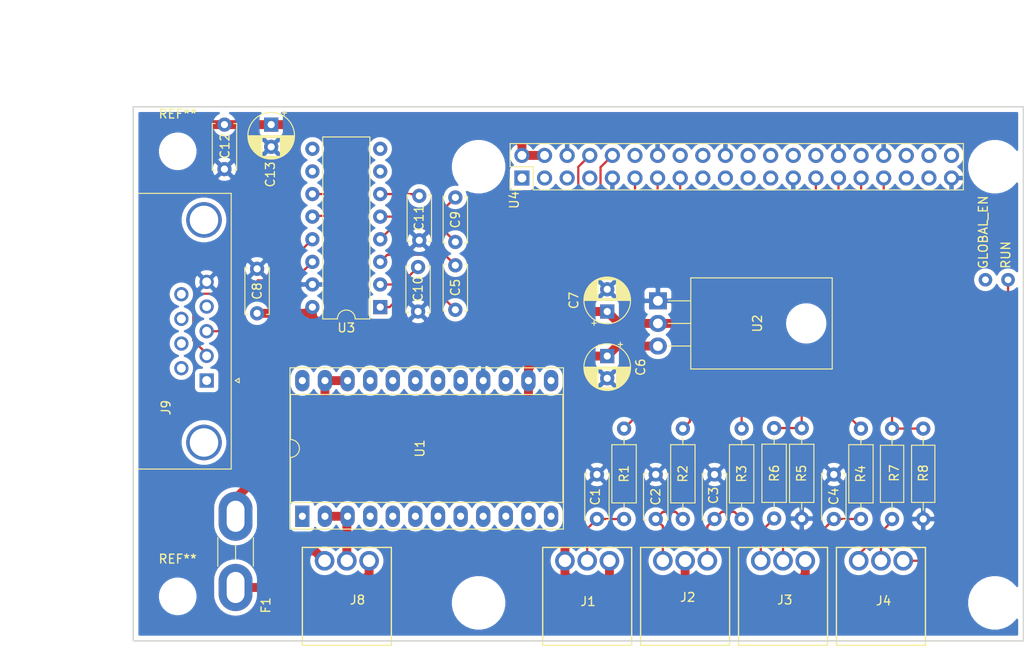
<source format=kicad_pcb>
(kicad_pcb (version 20171130) (host pcbnew 5.1.2)
  (title_block (title VeraHMI-PCB) (date 2019-05-31) (rev 2) (company "Chalmers Vera Team") (comment 1 "Rev 1: Alexander Oxklint") (comment 2 "Rev 2: Erik Almbratt"))
  (layers (0 F.Cu signal) (31 B.Cu signal) (34 B.Paste user) (35 F.Paste user) (36 B.SilkS user) (37 F.SilkS user) (38 B.Mask user) (39 F.Mask user) (44 Edge.Cuts user))
  (net 0 "")
  (net 1 "Net-(C1-Pad1)")
  (net 2 GND)
  (net 3 "Net-(C2-Pad1)")
  (net 4 "Net-(C3-Pad1)")
  (net 5 "Net-(C4-Pad1)")
  (net 6 "Net-(C5-Pad1)")
  (net 7 "Net-(C5-Pad2)")
  (net 8 +5V)
  (net 9 +3V3)
  (net 10 "Net-(C9-Pad2)")
  (net 11 "Net-(C9-Pad1)")
  (net 12 "Net-(C10-Pad2)")
  (net 13 "Net-(C11-Pad2)")
  (net 14 SpeedOmeter)
  (net 15 RUN)
  (net 16 "Net-(J4-Pad2)")
  (net 17 "Net-(J8-Pad2)")
  (net 18 "Net-(J9-Pad1)")
  (net 19 RXD)
  (net 20 TXD)
  (net 21 "Net-(J9-Pad4)")
  (net 22 "Net-(J9-Pad6)")
  (net 23 "Net-(J9-Pad7)")
  (net 24 "Net-(J9-Pad8)")
  (net 25 "Net-(J9-Pad9)")
  (net 26 "Net-(R1-Pad1)")
  (net 27 "Net-(R2-Pad1)")
  (net 28 "Net-(R3-Pad1)")
  (net 29 "Net-(R4-Pad1)")
  (net 30 "Net-(R5-Pad1)")
  (net 31 "Net-(U1-Pad1)")
  (net 32 "Net-(U1-Pad11)")
  (net 33 "Net-(U3-Pad10)")
  (net 34 TX)
  (net 35 RX)
  (net 36 "Net-(U3-Pad7)")
  (net 37 "Net-(U3-Pad8)")
  (net 38 "Net-(U3-Pad9)")
  (net 39 "Net-(U4-Pad1)")
  (net 40 "Net-(U4-Pad3)")
  (net 41 "Net-(U4-Pad16)")
  (net 42 "Net-(U4-Pad17)")
  (net 43 "Net-(U4-Pad18)")
  (net 44 "Net-(U4-Pad19)")
  (net 45 "Net-(U4-Pad21)")
  (net 46 "Net-(U4-Pad22)")
  (net 47 "Net-(U4-Pad23)")
  (net 48 "Net-(U4-Pad24)")
  (net 49 "Net-(U4-Pad26)")
  (net 50 "Net-(U4-Pad28)")
  (net 51 "Net-(U4-Pad32)")
  (net 52 "Net-(U4-Pad35)")
  (net 53 "Net-(U4-Pad36)")
  (net 54 "Net-(U4-Pad37)")
  (net 55 "Net-(U4-Pad38)")
  (net 56 "Net-(U4-Pad40)")
  (net 57 "Net-(U4-Pad42)")
  (net 58 +BATT)
  (net 59 "Net-(F1-Pad2)")
  (net 60 "Net-(U4-Pad7)")
  (net 61 "Net-(U4-Pad12)")
  (net 62 +12V)
  (net 63 "Net-(R7-Pad1)")
  (net 64 "Net-(U4-Pad5)")
  (module Mounting_Holes:MountingHole_3.2mm_M3 (layer F.Cu) (at 82 113)
    (fp_text reference REF** (at 0 -4.2) (layer F.SilkS))
    (fp_text value MountingHole_3.2mm_M3)
    (pad 1 np_thru_hole circle (at 0 0) (size 3.2 3.2) (drill 3.2) (layers *.Cu *.Mask))
  )
  (module Mounting_Holes:MountingHole_3.2mm_M3 (layer F.Cu) (at 82 63)
    (fp_text reference REF** (at 0 -4.2) (layer F.SilkS))
    (fp_text value MountingHole_3.2mm_M3)
    (pad 1 np_thru_hole circle (at 0 0) (size 3.2 3.2) (drill 3.2) (layers *.Cu *.Mask))
  )
  (module Resistors_THT:R_Axial_DIN0207_L6.3mm_D2.5mm_P10.16mm_Horizontal (layer F.Cu) (at 165.75 94.15 270)
    (fp_text reference R8 (at 5 0 90) (layer F.SilkS))
    (fp_text value 100k)
    (pad 2 thru_hole oval (at 10.16 0 270) (size 1.6 1.6) (drill 0.8) (layers *.Cu *.Mask) (net 2 GND))
    (pad 1 thru_hole circle (at 0 0 270) (size 1.6 1.6) (drill 0.8) (layers *.Cu *.Mask) (net 63 "Net-(R7-Pad1)"))
  )
  (module VeraHMI-PCB:RPI_3B+_withRun (layer F.Cu) (at 120.67 66 90)
    (fp_text reference U4 (at -2.468 -0.87 90) (layer F.SilkS))
    (fp_text value RPI_3B+_Pinout_With_RUN)
    (fp_text user RUN (at -8.636 54.356 90) (layer F.SilkS))
    (fp_text user GLOBAL_EN (at -6.096 51.816 90) (layer F.SilkS))
    (pad "" np_thru_hole circle (at -47.73 53.13 90) (size 3 3) (drill 3) (layers *.Cu *.Mask) (clearance 1.5))
    (pad "" np_thru_hole circle (at -47.73 -4.87 90) (size 3 3) (drill 3) (layers *.Cu *.Mask) (clearance 1.5))
    (pad "" np_thru_hole circle (at 1.27 -4.87 90) (size 3 3) (drill 3) (layers *.Cu *.Mask) (clearance 1.5))
    (pad "" np_thru_hole circle (at 1.27 53.13 90) (size 3 3) (drill 3) (layers *.Cu *.Mask) (clearance 1.5))
    (pad 42 thru_hole circle (at -11.43 52.07 90) (size 1.524 1.524) (drill 0.762) (layers *.Cu *.Mask) (net 57 "Net-(U4-Pad42)"))
    (pad 41 thru_hole circle (at -11.43 54.61 90) (size 1.524 1.524) (drill 0.762) (layers *.Cu *.Mask) (net 15 RUN))
    (pad 1 thru_hole rect (at 0 0 90) (size 1.7 1.7) (drill 1) (layers *.Cu *.Mask) (net 39 "Net-(U4-Pad1)"))
    (pad 2 thru_hole oval (at 2.54 0 90) (size 1.7 1.7) (drill 1) (layers *.Cu *.Mask) (net 8 +5V))
    (pad 3 thru_hole oval (at 0 2.54 90) (size 1.7 1.7) (drill 1) (layers *.Cu *.Mask) (net 40 "Net-(U4-Pad3)"))
    (pad 4 thru_hole oval (at 2.54 2.54 90) (size 1.7 1.7) (drill 1) (layers *.Cu *.Mask) (net 8 +5V))
    (pad 5 thru_hole oval (at 0 5.08 90) (size 1.7 1.7) (drill 1) (layers *.Cu *.Mask) (net 64 "Net-(U4-Pad5)"))
    (pad 6 thru_hole oval (at 2.54 5.08 90) (size 1.7 1.7) (drill 1) (layers *.Cu *.Mask) (net 2 GND))
    (pad 7 thru_hole oval (at 0 7.62 90) (size 1.7 1.7) (drill 1) (layers *.Cu *.Mask) (net 60 "Net-(U4-Pad7)"))
    (pad 8 thru_hole oval (at 2.54 7.62 90) (size 1.7 1.7) (drill 1) (layers *.Cu *.Mask) (net 34 TX))
    (pad 9 thru_hole oval (at 0 10.16 90) (size 1.7 1.7) (drill 1) (layers *.Cu *.Mask) (net 2 GND))
    (pad 10 thru_hole oval (at 2.54 10.16 90) (size 1.7 1.7) (drill 1) (layers *.Cu *.Mask) (net 35 RX))
    (pad 11 thru_hole oval (at 0 12.7 90) (size 1.7 1.7) (drill 1) (layers *.Cu *.Mask) (net 26 "Net-(R1-Pad1)"))
    (pad 12 thru_hole oval (at 2.54 12.7 90) (size 1.7 1.7) (drill 1) (layers *.Cu *.Mask) (net 61 "Net-(U4-Pad12)"))
    (pad 13 thru_hole oval (at 0 15.24 90) (size 1.7 1.7) (drill 1) (layers *.Cu *.Mask) (net 27 "Net-(R2-Pad1)"))
    (pad 14 thru_hole oval (at 2.54 15.24 90) (size 1.7 1.7) (drill 1) (layers *.Cu *.Mask) (net 2 GND))
    (pad 15 thru_hole oval (at 0 17.78 90) (size 1.7 1.7) (drill 1) (layers *.Cu *.Mask) (net 28 "Net-(R3-Pad1)"))
    (pad 16 thru_hole oval (at 2.54 17.78 90) (size 1.7 1.7) (drill 1) (layers *.Cu *.Mask) (net 41 "Net-(U4-Pad16)"))
    (pad 17 thru_hole oval (at 0 20.32 90) (size 1.7 1.7) (drill 1) (layers *.Cu *.Mask) (net 42 "Net-(U4-Pad17)"))
    (pad 18 thru_hole oval (at 2.54 20.32 90) (size 1.7 1.7) (drill 1) (layers *.Cu *.Mask) (net 43 "Net-(U4-Pad18)"))
    (pad 19 thru_hole oval (at 0 22.86 90) (size 1.7 1.7) (drill 1) (layers *.Cu *.Mask) (net 44 "Net-(U4-Pad19)"))
    (pad 20 thru_hole oval (at 2.54 22.86 90) (size 1.7 1.7) (drill 1) (layers *.Cu *.Mask) (net 2 GND))
    (pad 21 thru_hole oval (at 0 25.4 90) (size 1.7 1.7) (drill 1) (layers *.Cu *.Mask) (net 45 "Net-(U4-Pad21)"))
    (pad 22 thru_hole oval (at 2.54 25.4 90) (size 1.7 1.7) (drill 1) (layers *.Cu *.Mask) (net 46 "Net-(U4-Pad22)"))
    (pad 23 thru_hole oval (at 0 27.94 90) (size 1.7 1.7) (drill 1) (layers *.Cu *.Mask) (net 47 "Net-(U4-Pad23)"))
    (pad 24 thru_hole oval (at 2.54 27.94 90) (size 1.7 1.7) (drill 1) (layers *.Cu *.Mask) (net 48 "Net-(U4-Pad24)"))
    (pad 25 thru_hole oval (at 0 30.48 90) (size 1.7 1.7) (drill 1) (layers *.Cu *.Mask) (net 2 GND))
    (pad 26 thru_hole oval (at 2.54 30.48 90) (size 1.7 1.7) (drill 1) (layers *.Cu *.Mask) (net 49 "Net-(U4-Pad26)"))
    (pad 27 thru_hole oval (at 0 33.02 90) (size 1.7 1.7) (drill 1) (layers *.Cu *.Mask) (net 30 "Net-(R5-Pad1)"))
    (pad 28 thru_hole oval (at 2.54 33.02 90) (size 1.7 1.7) (drill 1) (layers *.Cu *.Mask) (net 50 "Net-(U4-Pad28)"))
    (pad 29 thru_hole oval (at 0 35.56 90) (size 1.7 1.7) (drill 1) (layers *.Cu *.Mask) (net 29 "Net-(R4-Pad1)"))
    (pad 30 thru_hole oval (at 2.54 35.56 90) (size 1.7 1.7) (drill 1) (layers *.Cu *.Mask) (net 2 GND))
    (pad 31 thru_hole oval (at 0 38.1 90) (size 1.7 1.7) (drill 1) (layers *.Cu *.Mask) (net 63 "Net-(R7-Pad1)"))
    (pad 32 thru_hole oval (at 2.54 38.1 90) (size 1.7 1.7) (drill 1) (layers *.Cu *.Mask) (net 51 "Net-(U4-Pad32)"))
    (pad 33 thru_hole oval (at 0 40.64 90) (size 1.7 1.7) (drill 1) (layers *.Cu *.Mask) (net 16 "Net-(J4-Pad2)"))
    (pad 34 thru_hole oval (at 2.54 40.64 90) (size 1.7 1.7) (drill 1) (layers *.Cu *.Mask) (net 2 GND))
    (pad 35 thru_hole oval (at 0 43.18 90) (size 1.7 1.7) (drill 1) (layers *.Cu *.Mask) (net 52 "Net-(U4-Pad35)"))
    (pad 36 thru_hole oval (at 2.54 43.18 90) (size 1.7 1.7) (drill 1) (layers *.Cu *.Mask) (net 53 "Net-(U4-Pad36)"))
    (pad 37 thru_hole oval (at 0 45.72 90) (size 1.7 1.7) (drill 1) (layers *.Cu *.Mask) (net 54 "Net-(U4-Pad37)"))
    (pad 38 thru_hole oval (at 2.54 45.72 90) (size 1.7 1.7) (drill 1) (layers *.Cu *.Mask) (net 55 "Net-(U4-Pad38)"))
    (pad 39 thru_hole oval (at 0 48.26 90) (size 1.7 1.7) (drill 1) (layers *.Cu *.Mask) (net 2 GND))
    (pad 40 thru_hole oval (at 2.54 48.26 90) (size 1.7 1.7) (drill 1) (layers *.Cu *.Mask) (net 56 "Net-(U4-Pad40)"))
  )
  (module Resistors_THT:R_Axial_DIN0207_L6.3mm_D2.5mm_P10.16mm_Horizontal (layer F.Cu) (at 162.25 94.15 270)
    (fp_text reference R7 (at 5 -0.25 90) (layer F.SilkS))
    (fp_text value 300k)
    (pad 1 thru_hole circle (at 0 0 270) (size 1.6 1.6) (drill 0.8) (layers *.Cu *.Mask) (net 63 "Net-(R7-Pad1)"))
    (pad 2 thru_hole oval (at 10.16 0 270) (size 1.6 1.6) (drill 0.8) (layers *.Cu *.Mask) (net 62 +12V))
  )
  (module Capacitor_THT:C_Disc_D5.0mm_W2.5mm_P5.00mm (layer F.Cu) (at 90.916 76.2 270)
    (fp_text reference C8 (at 2.5 0 270) (layer F.SilkS))
    (fp_text value 100n)
    (pad 2 thru_hole circle (at 5 0 270) (size 1.6 1.6) (drill 0.8) (layers *.Cu *.Mask) (net 9 +3V3))
    (pad 1 thru_hole circle (at 0 0 270) (size 1.6 1.6) (drill 0.8) (layers *.Cu *.Mask) (net 2 GND))
  )
  (module Capacitor_THT:C_Disc_D5.0mm_W2.5mm_P5.00mm (layer F.Cu) (at 109.14 73 90)
    (fp_text reference C11 (at 2.5 -0.04 90) (layer F.SilkS))
    (fp_text value 100n)
    (pad 1 thru_hole circle (at 0 0 90) (size 1.6 1.6) (drill 0.8) (layers *.Cu *.Mask) (net 2 GND))
    (pad 2 thru_hole circle (at 5 0 90) (size 1.6 1.6) (drill 0.8) (layers *.Cu *.Mask) (net 13 "Net-(C11-Pad2)"))
  )
  (module VeraHMI-PCB:205-15EDGRC-2.5-03P (layer F.Cu) (at 128 109)
    (fp_text reference J1 (at 0.1 4.572) (layer F.SilkS))
    (fp_text value Conn_01x03)
    (pad 3 thru_hole circle (at 2.5 0) (size 2.2 2.2) (drill 1.4) (layers *.Cu *.Mask) (net 9 +3V3))
    (pad 2 thru_hole circle (at 0 0) (size 2.2 2.2) (drill 1.4) (layers *.Cu *.Mask) (net 1 "Net-(C1-Pad1)"))
    (pad 1 thru_hole circle (at -2.5 0) (size 2.2 2.2) (drill 1.4) (layers *.Cu *.Mask) (net 9 +3V3))
  )
  (module VeraHMI-PCB:205-15EDGRC-2.5-03P (layer F.Cu) (at 139 109)
    (fp_text reference J2 (at 0.3 4.1) (layer F.SilkS))
    (fp_text value Conn_01x03)
    (pad 3 thru_hole circle (at 2.5 0) (size 2.2 2.2) (drill 1.4) (layers *.Cu *.Mask) (net 4 "Net-(C3-Pad1)"))
    (pad 2 thru_hole circle (at 0 0) (size 2.2 2.2) (drill 1.4) (layers *.Cu *.Mask) (net 9 +3V3))
    (pad 1 thru_hole circle (at -2.5 0) (size 2.2 2.2) (drill 1.4) (layers *.Cu *.Mask) (net 3 "Net-(C2-Pad1)"))
  )
  (module VeraHMI-PCB:205-15EDGRC-2.5-03P (layer F.Cu) (at 150 109)
    (fp_text reference J3 (at 0.2 4.4) (layer F.SilkS))
    (fp_text value Conn_01x03)
    (pad 3 thru_hole circle (at 2.5 0) (size 2.2 2.2) (drill 1.4) (layers *.Cu *.Mask) (net 9 +3V3))
    (pad 2 thru_hole circle (at 0 0) (size 2.2 2.2) (drill 1.4) (layers *.Cu *.Mask) (net 5 "Net-(C4-Pad1)"))
    (pad 1 thru_hole circle (at -2.5 0) (size 2.2 2.2) (drill 1.4) (layers *.Cu *.Mask) (net 14 SpeedOmeter))
  )
  (module VeraHMI-PCB:205-15EDGRC-2.5-03P (layer F.Cu) (at 161 109)
    (fp_text reference J4 (at 0.3 4.5) (layer F.SilkS))
    (fp_text value Conn_01x03)
    (pad 3 thru_hole circle (at 2.5 0) (size 2.2 2.2) (drill 1.4) (layers *.Cu *.Mask) (net 15 RUN))
    (pad 2 thru_hole circle (at 0 0) (size 2.2 2.2) (drill 1.4) (layers *.Cu *.Mask) (net 16 "Net-(J4-Pad2)"))
    (pad 1 thru_hole circle (at -2.5 0) (size 2.2 2.2) (drill 1.4) (layers *.Cu *.Mask) (net 62 +12V))
  )
  (module VeraHMI-PCB:205-15EDGRC-2.5-03P (layer F.Cu) (at 101 109)
    (fp_text reference J8 (at 1.2 4.4 180) (layer F.SilkS))
    (fp_text value Conn_01x03)
    (pad 3 thru_hole circle (at 2.5 0) (size 2.2 2.2) (drill 1.4) (layers *.Cu *.Mask) (net 59 "Net-(F1-Pad2)"))
    (pad 2 thru_hole circle (at 0 0) (size 2.2 2.2) (drill 1.4) (layers *.Cu *.Mask) (net 17 "Net-(J8-Pad2)"))
    (pad 1 thru_hole circle (at -2.5 0) (size 2.2 2.2) (drill 1.4) (layers *.Cu *.Mask) (net 8 +5V))
  )
  (module Fuse_Holders_and_Fuses:BladeFuse-Mini (layer F.Cu) (at 88.5 104 270)
    (fp_text reference F1 (at 10 -3.4 90) (layer F.SilkS))
    (fp_text value 2A)
    (pad 1 thru_hole oval (at 0 0 270) (size 5.5 3.8) (drill oval 3.5 2) (layers *.Cu *.Mask) (net 58 +BATT))
    (pad 2 thru_hole oval (at 8 0 270) (size 5.3 3.8) (drill oval 3.5 2) (layers *.Cu *.Mask) (net 59 "Net-(F1-Pad2)"))
  )
  (module Capacitor_THT:C_Disc_D5.0mm_W2.5mm_P5.00mm (layer F.Cu) (at 129.094 104.308 90)
    (fp_text reference C1 (at 2.5 -0.184001 90) (layer F.SilkS))
    (fp_text value 10n)
    (pad 1 thru_hole circle (at 0 0 90) (size 1.6 1.6) (drill 0.8) (layers *.Cu *.Mask) (net 1 "Net-(C1-Pad1)"))
    (pad 2 thru_hole circle (at 5 0 90) (size 1.6 1.6) (drill 0.8) (layers *.Cu *.Mask) (net 2 GND))
  )
  (module Capacitor_THT:C_Disc_D5.0mm_W2.5mm_P5.00mm (layer F.Cu) (at 135.698 104.308 90)
    (fp_text reference C2 (at 2.5 0 90) (layer F.SilkS))
    (fp_text value 10n)
    (pad 1 thru_hole circle (at 0 0 90) (size 1.6 1.6) (drill 0.8) (layers *.Cu *.Mask) (net 3 "Net-(C2-Pad1)"))
    (pad 2 thru_hole circle (at 5 0 90) (size 1.6 1.6) (drill 0.8) (layers *.Cu *.Mask) (net 2 GND))
  )
  (module Capacitor_THT:C_Disc_D5.0mm_W2.5mm_P5.00mm (layer F.Cu) (at 142.302 104.308 90)
    (fp_text reference C3 (at 2.648999 -0.118001 90) (layer F.SilkS))
    (fp_text value 10n)
    (pad 1 thru_hole circle (at 0 0 90) (size 1.6 1.6) (drill 0.8) (layers *.Cu *.Mask) (net 4 "Net-(C3-Pad1)"))
    (pad 2 thru_hole circle (at 5 0 90) (size 1.6 1.6) (drill 0.8) (layers *.Cu *.Mask) (net 2 GND))
  )
  (module Capacitor_THT:C_Disc_D5.0mm_W2.5mm_P5.00mm (layer F.Cu) (at 155.706 104.308 90)
    (fp_text reference C4 (at 2.54 0 90) (layer F.SilkS))
    (fp_text value 10n)
    (pad 2 thru_hole circle (at 5 0 90) (size 1.6 1.6) (drill 0.8) (layers *.Cu *.Mask) (net 2 GND))
    (pad 1 thru_hole circle (at 0 0 90) (size 1.6 1.6) (drill 0.8) (layers *.Cu *.Mask) (net 5 "Net-(C4-Pad1)"))
  )
  (module Capacitor_THT:C_Disc_D5.0mm_W2.5mm_P5.00mm (layer F.Cu) (at 113.188 80.804 90)
    (fp_text reference C5 (at 2.5 0 90) (layer F.SilkS))
    (fp_text value 100n)
    (pad 1 thru_hole circle (at 0 0 90) (size 1.6 1.6) (drill 0.8) (layers *.Cu *.Mask) (net 6 "Net-(C5-Pad1)"))
    (pad 2 thru_hole circle (at 5 0 90) (size 1.6 1.6) (drill 0.8) (layers *.Cu *.Mask) (net 7 "Net-(C5-Pad2)"))
  )
  (module Capacitor_THT:C_Disc_D5.0mm_W2.5mm_P5.00mm (layer F.Cu) (at 113.188 73.184 90)
    (fp_text reference C9 (at 2.5 0 90) (layer F.SilkS))
    (fp_text value 100n)
    (pad 2 thru_hole circle (at 5 0 90) (size 1.6 1.6) (drill 0.8) (layers *.Cu *.Mask) (net 10 "Net-(C9-Pad2)"))
    (pad 1 thru_hole circle (at 0 0 90) (size 1.6 1.6) (drill 0.8) (layers *.Cu *.Mask) (net 11 "Net-(C9-Pad1)"))
  )
  (module Capacitor_THT:C_Disc_D5.0mm_W2.5mm_P5.00mm (layer F.Cu) (at 109 81 90)
    (fp_text reference C10 (at 2.54 0 270) (layer F.SilkS))
    (fp_text value 100n)
    (pad 1 thru_hole circle (at 0 0 90) (size 1.6 1.6) (drill 0.8) (layers *.Cu *.Mask) (net 2 GND))
    (pad 2 thru_hole circle (at 5 0 90) (size 1.6 1.6) (drill 0.8) (layers *.Cu *.Mask) (net 12 "Net-(C10-Pad2)"))
  )
  (module Capacitor_THT:C_Disc_D5.0mm_W2.5mm_P5.00mm (layer F.Cu) (at 87.25 60 270)
    (fp_text reference C12 (at 2.4 -0.05 270) (layer F.SilkS))
    (fp_text value 100n)
    (pad 1 thru_hole circle (at 0 0 270) (size 1.6 1.6) (drill 0.8) (layers *.Cu *.Mask) (net 8 +5V))
    (pad 2 thru_hole circle (at 5 0 270) (size 1.6 1.6) (drill 0.8) (layers *.Cu *.Mask) (net 2 GND))
  )
  (module Capacitor_THT:CP_Radial_D5.0mm_P2.50mm (layer F.Cu) (at 92.5 60 270)
    (fp_text reference C13 (at 5.6 0.1 270) (layer F.SilkS))
    (fp_text value 47u)
    (pad 1 thru_hole rect (at 0 0 270) (size 1.6 1.6) (drill 0.8) (layers *.Cu *.Mask) (net 8 +5V))
    (pad 2 thru_hole circle (at 2.5 0 270) (size 1.6 1.6) (drill 0.8) (layers *.Cu *.Mask) (net 2 GND))
  )
  (module Connector_Dsub:DSUB-9_Female_Horizontal_P2.77x2.84mm_EdgePinOffset4.94mm_Housed_MountingHolesOffset7.48mm (layer F.Cu) (at 85.25 88.75 270)
    (fp_text reference J9 (at 3.048 4.572 270) (layer F.SilkS))
    (fp_text value DB9_Female)
    (pad 1 thru_hole rect (at 0 0 270) (size 1.6 1.6) (drill 1) (layers *.Cu *.Mask) (net 18 "Net-(J9-Pad1)"))
    (pad 2 thru_hole circle (at -2.77 0 270) (size 1.6 1.6) (drill 1) (layers *.Cu *.Mask) (net 19 RXD))
    (pad 3 thru_hole circle (at -5.54 0 270) (size 1.6 1.6) (drill 1) (layers *.Cu *.Mask) (net 20 TXD))
    (pad 4 thru_hole circle (at -8.31 0 270) (size 1.6 1.6) (drill 1) (layers *.Cu *.Mask) (net 21 "Net-(J9-Pad4)"))
    (pad 5 thru_hole circle (at -11.08 0 270) (size 1.6 1.6) (drill 1) (layers *.Cu *.Mask) (net 2 GND))
    (pad 6 thru_hole circle (at -1.385 2.84 270) (size 1.6 1.6) (drill 1) (layers *.Cu *.Mask) (net 22 "Net-(J9-Pad6)"))
    (pad 7 thru_hole circle (at -4.155 2.84 270) (size 1.6 1.6) (drill 1) (layers *.Cu *.Mask) (net 23 "Net-(J9-Pad7)"))
    (pad 8 thru_hole circle (at -6.925 2.84 270) (size 1.6 1.6) (drill 1) (layers *.Cu *.Mask) (net 24 "Net-(J9-Pad8)"))
    (pad 9 thru_hole circle (at -9.695 2.84 270) (size 1.6 1.6) (drill 1) (layers *.Cu *.Mask) (net 25 "Net-(J9-Pad9)"))
    (pad 0 thru_hole circle (at -18.04 0.3 270) (size 4 4) (drill 3.2) (layers *.Cu *.Mask))
    (pad 0 thru_hole circle (at 6.96 0.3 270) (size 4 4) (drill 3.2) (layers *.Cu *.Mask))
  )
  (module Resistor_THT:R_Axial_DIN0207_L6.3mm_D2.5mm_P10.16mm_Horizontal (layer F.Cu) (at 132.142 94.148 270)
    (fp_text reference R1 (at 5.08 0 270) (layer F.SilkS))
    (fp_text value 10k)
    (pad 2 thru_hole oval (at 10.16 0 270) (size 1.6 1.6) (drill 0.8) (layers *.Cu *.Mask) (net 1 "Net-(C1-Pad1)"))
    (pad 1 thru_hole circle (at 0 0 270) (size 1.6 1.6) (drill 0.8) (layers *.Cu *.Mask) (net 26 "Net-(R1-Pad1)"))
  )
  (module Resistor_THT:R_Axial_DIN0207_L6.3mm_D2.5mm_P10.16mm_Horizontal (layer F.Cu) (at 138.746 94.148 270)
    (fp_text reference R2 (at 5.08 0 270) (layer F.SilkS))
    (fp_text value 10k)
    (pad 1 thru_hole circle (at 0 0 270) (size 1.6 1.6) (drill 0.8) (layers *.Cu *.Mask) (net 27 "Net-(R2-Pad1)"))
    (pad 2 thru_hole oval (at 10.16 0 270) (size 1.6 1.6) (drill 0.8) (layers *.Cu *.Mask) (net 3 "Net-(C2-Pad1)"))
  )
  (module Resistor_THT:R_Axial_DIN0207_L6.3mm_D2.5mm_P10.16mm_Horizontal (layer F.Cu) (at 145.35 94.148 270)
    (fp_text reference R3 (at 5.08 0 270) (layer F.SilkS))
    (fp_text value 10k)
    (pad 2 thru_hole oval (at 10.16 0 270) (size 1.6 1.6) (drill 0.8) (layers *.Cu *.Mask) (net 4 "Net-(C3-Pad1)"))
    (pad 1 thru_hole circle (at 0 0 270) (size 1.6 1.6) (drill 0.8) (layers *.Cu *.Mask) (net 28 "Net-(R3-Pad1)"))
  )
  (module Resistor_THT:R_Axial_DIN0207_L6.3mm_D2.5mm_P10.16mm_Horizontal (layer F.Cu) (at 158.754 94.148 270)
    (fp_text reference R4 (at 5.08 0.031999 270) (layer F.SilkS))
    (fp_text value 10k)
    (pad 1 thru_hole circle (at 0 0 270) (size 1.6 1.6) (drill 0.8) (layers *.Cu *.Mask) (net 29 "Net-(R4-Pad1)"))
    (pad 2 thru_hole oval (at 10.16 0 270) (size 1.6 1.6) (drill 0.8) (layers *.Cu *.Mask) (net 5 "Net-(C4-Pad1)"))
  )
  (module Resistor_THT:R_Axial_DIN0207_L6.3mm_D2.5mm_P10.16mm_Horizontal (layer F.Cu) (at 152.1 94.1 270)
    (fp_text reference R5 (at 5.08 0.031999 270) (layer F.SilkS))
    (fp_text value 6k2)
    (pad 1 thru_hole circle (at 0 0 270) (size 1.6 1.6) (drill 0.8) (layers *.Cu *.Mask) (net 30 "Net-(R5-Pad1)"))
    (pad 2 thru_hole oval (at 10.16 0 270) (size 1.6 1.6) (drill 0.8) (layers *.Cu *.Mask) (net 2 GND))
  )
  (module Resistor_THT:R_Axial_DIN0207_L6.3mm_D2.5mm_P10.16mm_Horizontal (layer F.Cu) (at 149 104.25 90)
    (fp_text reference R6 (at 5.08 0.029999 90) (layer F.SilkS))
    (fp_text value 3k3)
    (pad 2 thru_hole oval (at 10.16 0 90) (size 1.6 1.6) (drill 0.8) (layers *.Cu *.Mask) (net 30 "Net-(R5-Pad1)"))
    (pad 1 thru_hole circle (at 0 0 90) (size 1.6 1.6) (drill 0.8) (layers *.Cu *.Mask) (net 14 SpeedOmeter))
  )
  (module Package_DIP:DIP-24_W15.24mm_Socket_LongPads (layer F.Cu) (at 96 104 90)
    (fp_text reference U1 (at 7.62 13.208 90) (layer F.SilkS))
    (fp_text value THD10-1211N)
    (pad 1 thru_hole rect (at 0 0 90) (size 2.4 1.6) (drill 0.8) (layers *.Cu *.Mask) (net 31 "Net-(U1-Pad1)"))
    (pad 13 thru_hole oval (at 15.24 27.94 90) (size 2.4 1.6) (drill 0.8) (layers *.Cu *.Mask))
    (pad 2 thru_hole oval (at 0 2.54 90) (size 2.4 1.6) (drill 0.8) (layers *.Cu *.Mask) (net 17 "Net-(J8-Pad2)"))
    (pad 14 thru_hole oval (at 15.24 25.4 90) (size 2.4 1.6) (drill 0.8) (layers *.Cu *.Mask) (net 8 +5V))
    (pad 3 thru_hole oval (at 0 5.08 90) (size 2.4 1.6) (drill 0.8) (layers *.Cu *.Mask) (net 17 "Net-(J8-Pad2)"))
    (pad 15 thru_hole oval (at 15.24 22.86 90) (size 2.4 1.6) (drill 0.8) (layers *.Cu *.Mask))
    (pad 4 thru_hole oval (at 0 7.62 90) (size 2.4 1.6) (drill 0.8) (layers *.Cu *.Mask))
    (pad 16 thru_hole oval (at 15.24 20.32 90) (size 2.4 1.6) (drill 0.8) (layers *.Cu *.Mask) (net 2 GND))
    (pad 5 thru_hole oval (at 0 10.16 90) (size 2.4 1.6) (drill 0.8) (layers *.Cu *.Mask))
    (pad 17 thru_hole oval (at 15.24 17.78 90) (size 2.4 1.6) (drill 0.8) (layers *.Cu *.Mask))
    (pad 6 thru_hole oval (at 0 12.7 90) (size 2.4 1.6) (drill 0.8) (layers *.Cu *.Mask))
    (pad 18 thru_hole oval (at 15.24 15.24 90) (size 2.4 1.6) (drill 0.8) (layers *.Cu *.Mask))
    (pad 7 thru_hole oval (at 0 15.24 90) (size 2.4 1.6) (drill 0.8) (layers *.Cu *.Mask))
    (pad 19 thru_hole oval (at 15.24 12.7 90) (size 2.4 1.6) (drill 0.8) (layers *.Cu *.Mask))
    (pad 8 thru_hole oval (at 0 17.78 90) (size 2.4 1.6) (drill 0.8) (layers *.Cu *.Mask))
    (pad 20 thru_hole oval (at 15.24 10.16 90) (size 2.4 1.6) (drill 0.8) (layers *.Cu *.Mask))
    (pad 9 thru_hole oval (at 0 20.32 90) (size 2.4 1.6) (drill 0.8) (layers *.Cu *.Mask))
    (pad 21 thru_hole oval (at 15.24 7.62 90) (size 2.4 1.6) (drill 0.8) (layers *.Cu *.Mask))
    (pad 10 thru_hole oval (at 0 22.86 90) (size 2.4 1.6) (drill 0.8) (layers *.Cu *.Mask))
    (pad 22 thru_hole oval (at 15.24 5.08 90) (size 2.4 1.6) (drill 0.8) (layers *.Cu *.Mask) (net 58 +BATT))
    (pad 11 thru_hole oval (at 0 25.4 90) (size 2.4 1.6) (drill 0.8) (layers *.Cu *.Mask) (net 32 "Net-(U1-Pad11)"))
    (pad 23 thru_hole oval (at 15.24 2.54 90) (size 2.4 1.6) (drill 0.8) (layers *.Cu *.Mask) (net 58 +BATT))
    (pad 12 thru_hole oval (at 0 27.94 90) (size 2.4 1.6) (drill 0.8) (layers *.Cu *.Mask))
    (pad 24 thru_hole oval (at 15.24 0 90) (size 2.4 1.6) (drill 0.8) (layers *.Cu *.Mask))
  )
  (module Package_TO_SOT_THT:TO-220-3_Horizontal_TabDown (layer F.Cu) (at 135.946 79.796 270)
    (fp_text reference U2 (at 2.54 -11.176 270) (layer F.SilkS))
    (fp_text value LM1117-3.3)
    (pad "" np_thru_hole oval (at 2.54 -16.66 270) (size 3.5 3.5) (drill 3.5) (layers *.Cu *.Mask))
    (pad 1 thru_hole rect (at 0 0 270) (size 1.905 2) (drill 1.1) (layers *.Cu *.Mask) (net 2 GND))
    (pad 2 thru_hole oval (at 2.54 0 270) (size 1.905 2) (drill 1.1) (layers *.Cu *.Mask) (net 9 +3V3))
    (pad 3 thru_hole oval (at 5.08 0 270) (size 1.905 2) (drill 1.1) (layers *.Cu *.Mask) (net 8 +5V))
  )
  (module Capacitor_THT:CP_Radial_D5.0mm_P2.50mm (layer F.Cu) (at 130.25 86 270)
    (fp_text reference C6 (at 1.25 -3.75 90) (layer F.SilkS))
    (fp_text value 10u)
    (pad 2 thru_hole circle (at 2.5 0 270) (size 1.6 1.6) (drill 0.8) (layers *.Cu *.Mask) (net 2 GND))
    (pad 1 thru_hole rect (at 0 0 270) (size 1.6 1.6) (drill 0.8) (layers *.Cu *.Mask) (net 8 +5V))
  )
  (module Capacitor_THT:CP_Radial_D5.0mm_P2.50mm (layer F.Cu) (at 130.25 81 90)
    (fp_text reference C7 (at 1.25 -3.75 270) (layer F.SilkS))
    (fp_text value 10u)
    (pad 1 thru_hole rect (at 0 0 90) (size 1.6 1.6) (drill 0.8) (layers *.Cu *.Mask) (net 9 +3V3))
    (pad 2 thru_hole circle (at 2.5 0 90) (size 1.6 1.6) (drill 0.8) (layers *.Cu *.Mask) (net 2 GND))
  )
  (module Package_DIP:DIP-16_W7.62mm (layer F.Cu) (at 104.75 80.5 180)
    (fp_text reference U3 (at 3.81 -2.33 180) (layer F.SilkS))
    (fp_text value MAX3232)
    (pad 1 thru_hole rect (at 0 0 180) (size 1.6 1.6) (drill 0.8) (layers *.Cu *.Mask) (net 6 "Net-(C5-Pad1)"))
    (pad 9 thru_hole oval (at 7.62 17.78 180) (size 1.6 1.6) (drill 0.8) (layers *.Cu *.Mask) (net 38 "Net-(U3-Pad9)"))
    (pad 2 thru_hole oval (at 0 2.54 180) (size 1.6 1.6) (drill 0.8) (layers *.Cu *.Mask) (net 12 "Net-(C10-Pad2)"))
    (pad 10 thru_hole oval (at 7.62 15.24 180) (size 1.6 1.6) (drill 0.8) (layers *.Cu *.Mask) (net 33 "Net-(U3-Pad10)"))
    (pad 3 thru_hole oval (at 0 5.08 180) (size 1.6 1.6) (drill 0.8) (layers *.Cu *.Mask) (net 7 "Net-(C5-Pad2)"))
    (pad 11 thru_hole oval (at 7.62 12.7 180) (size 1.6 1.6) (drill 0.8) (layers *.Cu *.Mask) (net 34 TX))
    (pad 4 thru_hole oval (at 0 7.62 180) (size 1.6 1.6) (drill 0.8) (layers *.Cu *.Mask) (net 11 "Net-(C9-Pad1)"))
    (pad 12 thru_hole oval (at 7.62 10.16 180) (size 1.6 1.6) (drill 0.8) (layers *.Cu *.Mask) (net 35 RX))
    (pad 5 thru_hole oval (at 0 10.16 180) (size 1.6 1.6) (drill 0.8) (layers *.Cu *.Mask) (net 10 "Net-(C9-Pad2)"))
    (pad 13 thru_hole oval (at 7.62 7.62 180) (size 1.6 1.6) (drill 0.8) (layers *.Cu *.Mask) (net 19 RXD))
    (pad 6 thru_hole oval (at 0 12.7 180) (size 1.6 1.6) (drill 0.8) (layers *.Cu *.Mask) (net 13 "Net-(C11-Pad2)"))
    (pad 14 thru_hole oval (at 7.62 5.08 180) (size 1.6 1.6) (drill 0.8) (layers *.Cu *.Mask) (net 20 TXD))
    (pad 7 thru_hole oval (at 0 15.24 180) (size 1.6 1.6) (drill 0.8) (layers *.Cu *.Mask) (net 36 "Net-(U3-Pad7)"))
    (pad 15 thru_hole oval (at 7.62 2.54 180) (size 1.6 1.6) (drill 0.8) (layers *.Cu *.Mask) (net 2 GND))
    (pad 8 thru_hole oval (at 0 17.78 180) (size 1.6 1.6) (drill 0.8) (layers *.Cu *.Mask) (net 37 "Net-(U3-Pad8)"))
    (pad 16 thru_hole oval (at 7.62 0 180) (size 1.6 1.6) (drill 0.8) (layers *.Cu *.Mask) (net 9 +3V3))
  )
  (gr_line (start 177 118) (end 177 58) (layer Edge.Cuts) (width 0.15))
  (gr_line (start 77 118) (end 177 118) (layer Edge.Cuts) (width 0.15))
  (gr_line (start 77 118) (end 77 58) (layer Edge.Cuts) (width 0.15))
  (gr_line (start 77 58) (end 177 58) (layer Edge.Cuts) (width 0.15))
  (segment (start 128 105.402) (end 129.094 104.308) (width 0.25) (layer F.Cu) (net 1))
  (segment (start 128 109) (end 128 105.402) (width 0.25) (layer F.Cu) (net 1))
  (segment (start 129.094 104.308) (end 132.142 104.308) (width 0.25) (layer F.Cu) (net 1))
  (segment (start 136.5 105.11) (end 135.698 104.308) (width 0.25) (layer F.Cu) (net 3))
  (segment (start 136.5 109) (end 136.5 105.11) (width 0.25) (layer F.Cu) (net 3))
  (segment (start 137.946001 103.508001) (end 138.746 104.308) (width 0.25) (layer F.Cu) (net 3))
  (segment (start 136.497999 103.508001) (end 137.946001 103.508001) (width 0.25) (layer F.Cu) (net 3))
  (segment (start 135.698 104.308) (end 136.497999 103.508001) (width 0.25) (layer F.Cu) (net 3))
  (segment (start 141.5 105.11) (end 142.302 104.308) (width 0.25) (layer F.Cu) (net 4))
  (segment (start 141.5 109) (end 141.5 105.11) (width 0.25) (layer F.Cu) (net 4))
  (segment (start 144.550001 103.508001) (end 145.35 104.308) (width 0.25) (layer F.Cu) (net 4))
  (segment (start 143.101999 103.508001) (end 144.550001 103.508001) (width 0.25) (layer F.Cu) (net 4))
  (segment (start 142.302 104.308) (end 143.101999 103.508001) (width 0.25) (layer F.Cu) (net 4))
  (segment (start 150 109) (end 150 107.25) (width 0.25) (layer F.Cu) (net 5))
  (segment (start 150 107.25) (end 150.75 106.5) (width 0.25) (layer F.Cu) (net 5))
  (segment (start 153.514 106.5) (end 155.706 104.308) (width 0.25) (layer F.Cu) (net 5))
  (segment (start 150.75 106.5) (end 153.514 106.5) (width 0.25) (layer F.Cu) (net 5))
  (segment (start 155.706 104.308) (end 158.754 104.308) (width 0.25) (layer F.Cu) (net 5))
  (segment (start 105.8 80.5) (end 107.05 79.25) (width 0.25) (layer F.Cu) (net 6))
  (segment (start 104.75 80.5) (end 105.8 80.5) (width 0.25) (layer F.Cu) (net 6))
  (segment (start 111.634 79.25) (end 113.188 80.804) (width 0.25) (layer F.Cu) (net 6))
  (segment (start 107.05 79.25) (end 111.634 79.25) (width 0.25) (layer F.Cu) (net 6))
  (segment (start 112.388001 75.004001) (end 113.188 75.804) (width 0.25) (layer F.Cu) (net 7))
  (segment (start 112.004001 74.620001) (end 112.388001 75.004001) (width 0.25) (layer F.Cu) (net 7))
  (segment (start 105.549999 74.620001) (end 112.004001 74.620001) (width 0.25) (layer F.Cu) (net 7))
  (segment (start 104.75 75.42) (end 105.549999 74.620001) (width 0.25) (layer F.Cu) (net 7))
  (segment (start 131.374 84.876) (end 130.25 86) (width 1) (layer F.Cu) (net 8))
  (segment (start 135.946 84.876) (end 131.374 84.876) (width 1) (layer F.Cu) (net 8))
  (segment (start 123.21 63.46) (end 120.67 63.46) (width 1) (layer F.Cu) (net 8))
  (segment (start 98.5 109) (end 97.400001 107.900001) (width 1) (layer F.Cu) (net 8))
  (segment (start 97.400001 107.900001) (end 93.900001 107.900001) (width 1) (layer F.Cu) (net 8))
  (segment (start 93.900001 107.900001) (end 92.099999 107.900001) (width 1) (layer F.Cu) (net 8))
  (segment (start 80.778866 60) (end 79 61.778866) (width 1) (layer F.Cu) (net 8))
  (segment (start 79 61.778866) (end 79 101.513485) (width 1) (layer F.Cu) (net 8))
  (segment (start 85.386516 107.900001) (end 92.099999 107.900001) (width 1) (layer F.Cu) (net 8))
  (segment (start 79 101.513485) (end 85.386516 107.900001) (width 1) (layer F.Cu) (net 8))
  (segment (start 102.164 60) (end 80.778866 60) (width 1) (layer F.Cu) (net 8))
  (segment (start 120.67 62.17) (end 120.67 63.46) (width 1) (layer F.Cu) (net 8))
  (segment (start 94 60) (end 118.5 60) (width 1) (layer F.Cu) (net 8))
  (segment (start 118.5 60) (end 120.67 62.17) (width 1) (layer F.Cu) (net 8))
  (segment (start 128.45 86) (end 130.25 86) (width 1) (layer F.Cu) (net 8))
  (segment (start 122.75 86) (end 128.45 86) (width 1) (layer F.Cu) (net 8))
  (segment (start 121.4 88.76) (end 121.4 87.35) (width 1) (layer F.Cu) (net 8))
  (segment (start 121.4 87.35) (end 122.75 86) (width 1) (layer F.Cu) (net 8))
  (segment (start 121.4 90.85) (end 121.4 88.76) (width 1) (layer F.Cu) (net 8))
  (segment (start 117.25 95) (end 121.4 90.85) (width 1) (layer F.Cu) (net 8))
  (segment (start 99 95) (end 117.25 95) (width 1) (layer F.Cu) (net 8))
  (segment (start 92.099999 107.900001) (end 92.099999 101.900001) (width 1) (layer F.Cu) (net 8))
  (segment (start 92.099999 101.900001) (end 99 95) (width 1) (layer F.Cu) (net 8))
  (segment (start 131.586 82.336) (end 130.25 81) (width 1) (layer F.Cu) (net 9))
  (segment (start 135.946 82.336) (end 131.586 82.336) (width 1) (layer F.Cu) (net 9))
  (segment (start 125.5 110.555634) (end 126.444366 111.5) (width 1) (layer F.Cu) (net 9))
  (segment (start 125.5 109) (end 125.5 110.555634) (width 1) (layer F.Cu) (net 9))
  (segment (start 130.5 109) (end 130.5 111.5) (width 1) (layer F.Cu) (net 9))
  (segment (start 126.444366 111.5) (end 130.5 111.5) (width 1) (layer F.Cu) (net 9))
  (segment (start 139 111) (end 139.5 111.5) (width 1) (layer F.Cu) (net 9))
  (segment (start 130.5 111.5) (end 139.5 111.5) (width 1) (layer F.Cu) (net 9))
  (segment (start 139 109) (end 139 111) (width 1) (layer F.Cu) (net 9))
  (segment (start 152.5 110.555634) (end 152.5 109) (width 1) (layer F.Cu) (net 9))
  (segment (start 151.555634 111.5) (end 152.5 110.555634) (width 1) (layer F.Cu) (net 9))
  (segment (start 139.5 111.5) (end 151.555634 111.5) (width 1) (layer F.Cu) (net 9))
  (segment (start 96.43 81.2) (end 97.13 80.5) (width 1) (layer F.Cu) (net 9))
  (segment (start 90.916 81.2) (end 96.43 81.2) (width 1) (layer F.Cu) (net 9))
  (segment (start 128.45 81) (end 130.25 81) (width 1) (layer F.Cu) (net 9))
  (segment (start 120.91674 81) (end 130.25 81) (width 1) (layer F.Cu) (net 9))
  (segment (start 116.66674 85.25) (end 120.91674 81) (width 1) (layer F.Cu) (net 9))
  (segment (start 100.74863 85.25) (end 116.66674 85.25) (width 1) (layer F.Cu) (net 9))
  (segment (start 97.13 81.63137) (end 100.74863 85.25) (width 1) (layer F.Cu) (net 9))
  (segment (start 97.13 80.5) (end 97.13 81.63137) (width 1) (layer F.Cu) (net 9))
  (segment (start 139.5 83.25) (end 138.586 82.336) (width 1) (layer F.Cu) (net 9))
  (segment (start 139.5 86.25) (end 139.5 83.25) (width 1) (layer F.Cu) (net 9))
  (segment (start 138.25 87.5) (end 139.5 86.25) (width 1) (layer F.Cu) (net 9))
  (segment (start 135.706502 87.5) (end 138.25 87.5) (width 1) (layer F.Cu) (net 9))
  (segment (start 128.021749 91.228251) (end 131.978251 91.228251) (width 1) (layer F.Cu) (net 9))
  (segment (start 125.5 107.444366) (end 126.25 106.694366) (width 1) (layer F.Cu) (net 9))
  (segment (start 126.25 106.694366) (end 126.25 93) (width 1) (layer F.Cu) (net 9))
  (segment (start 138.586 82.336) (end 135.946 82.336) (width 1) (layer F.Cu) (net 9))
  (segment (start 126.25 93) (end 128.021749 91.228251) (width 1) (layer F.Cu) (net 9))
  (segment (start 125.5 109) (end 125.5 107.444366) (width 1) (layer F.Cu) (net 9))
  (segment (start 131.978251 91.228251) (end 135.706502 87.5) (width 1) (layer F.Cu) (net 9))
  (segment (start 104.75 70.34) (end 104.91 70.5) (width 0.25) (layer F.Cu) (net 10))
  (segment (start 111.032 70.34) (end 113.188 68.184) (width 0.25) (layer F.Cu) (net 10))
  (segment (start 104.75 70.34) (end 111.032 70.34) (width 0.25) (layer F.Cu) (net 10))
  (segment (start 112.388001 72.384001) (end 113.188 73.184) (width 0.25) (layer F.Cu) (net 11))
  (segment (start 111.254 71.25) (end 112.388001 72.384001) (width 0.25) (layer F.Cu) (net 11))
  (segment (start 104.75 72.88) (end 106.38 71.25) (width 0.25) (layer F.Cu) (net 11))
  (segment (start 106.38 71.25) (end 111.254 71.25) (width 0.25) (layer F.Cu) (net 11))
  (segment (start 107.04 77.96) (end 109 76) (width 0.25) (layer F.Cu) (net 12))
  (segment (start 104.75 77.96) (end 107.04 77.96) (width 0.25) (layer F.Cu) (net 12))
  (segment (start 108.94 67.8) (end 109.14 68) (width 0.25) (layer F.Cu) (net 13))
  (segment (start 104.75 67.8) (end 108.94 67.8) (width 0.25) (layer F.Cu) (net 13))
  (segment (start 147.5 105.75) (end 149 104.25) (width 0.25) (layer F.Cu) (net 14))
  (segment (start 147.5 109) (end 147.5 105.75) (width 0.25) (layer F.Cu) (net 14))
  (segment (start 175.28 79.58) (end 175.28 77.43) (width 0.25) (layer F.Cu) (net 15))
  (segment (start 169.475 105.225) (end 169.475 85.385) (width 0.25) (layer F.Cu) (net 15))
  (segment (start 169.475 85.385) (end 175.28 79.58) (width 0.25) (layer F.Cu) (net 15))
  (segment (start 163.5 109) (end 165.7 109) (width 0.25) (layer F.Cu) (net 15))
  (segment (start 165.7 109) (end 169.475 105.225) (width 0.25) (layer F.Cu) (net 15))
  (segment (start 161.31 85.19) (end 161.31 66) (width 0.25) (layer F.Cu) (net 16))
  (segment (start 161 109) (end 161 107.444366) (width 0.25) (layer F.Cu) (net 16))
  (segment (start 166.5 106.75) (end 168.275 104.975) (width 0.25) (layer F.Cu) (net 16))
  (segment (start 161 107.444366) (end 161.694366 106.75) (width 0.25) (layer F.Cu) (net 16))
  (segment (start 161.694366 106.75) (end 166.5 106.75) (width 0.25) (layer F.Cu) (net 16))
  (segment (start 168.275 104.975) (end 168.275 92.155) (width 0.25) (layer F.Cu) (net 16))
  (segment (start 168.275 92.155) (end 161.31 85.19) (width 0.25) (layer F.Cu) (net 16))
  (segment (start 98.54 104) (end 101.08 104) (width 1) (layer F.Cu) (net 17))
  (segment (start 101 104.08) (end 101.08 104) (width 1) (layer F.Cu) (net 17))
  (segment (start 101 109) (end 101 104.08) (width 1) (layer F.Cu) (net 17))
  (segment (start 92.755 77.255) (end 97.13 72.88) (width 0.25) (layer F.Cu) (net 19))
  (segment (start 92.505 77.505) (end 92.755 77.255) (width 0.25) (layer F.Cu) (net 19))
  (segment (start 90.995 77.505) (end 92.505 77.505) (width 0.25) (layer F.Cu) (net 19))
  (segment (start 85.25 85.98) (end 85.25 85.75) (width 0.25) (layer F.Cu) (net 19))
  (segment (start 85.25 85.75) (end 83.75 84.25) (width 0.25) (layer F.Cu) (net 19))
  (segment (start 83.75 79.75) (end 84.5 79) (width 0.25) (layer F.Cu) (net 19))
  (segment (start 84.5 79) (end 89.5 79) (width 0.25) (layer F.Cu) (net 19))
  (segment (start 83.75 84.25) (end 83.75 79.75) (width 0.25) (layer F.Cu) (net 19))
  (segment (start 89.5 79) (end 90.995 77.505) (width 0.25) (layer F.Cu) (net 19))
  (segment (start 96.330001 76.219999) (end 97.13 75.42) (width 0.25) (layer F.Cu) (net 20))
  (segment (start 93.05 79.5) (end 96.330001 76.219999) (width 0.25) (layer F.Cu) (net 20))
  (segment (start 90.25 79.5) (end 93.05 79.5) (width 0.25) (layer F.Cu) (net 20))
  (segment (start 85.25 83.21) (end 86.54 83.21) (width 0.25) (layer F.Cu) (net 20))
  (segment (start 86.54 83.21) (end 90.25 79.5) (width 0.25) (layer F.Cu) (net 20))
  (segment (start 142 87.75) (end 142 74.63) (width 0.25) (layer F.Cu) (net 26))
  (segment (start 139.5 90.25) (end 142 87.75) (width 0.25) (layer F.Cu) (net 26))
  (segment (start 132.142 94.148) (end 136.04 90.25) (width 0.25) (layer F.Cu) (net 26))
  (segment (start 136.04 90.25) (end 139.5 90.25) (width 0.25) (layer F.Cu) (net 26))
  (segment (start 138.685 71.315) (end 135.065 71.315) (width 0.25) (layer F.Cu) (net 26))
  (segment (start 142 74.63) (end 138.685 71.315) (width 0.25) (layer F.Cu) (net 26))
  (segment (start 133.37 69.62) (end 133.37 66) (width 0.25) (layer F.Cu) (net 26))
  (segment (start 135.065 71.315) (end 133.37 69.62) (width 0.25) (layer F.Cu) (net 26))
  (segment (start 139.545999 93.348001) (end 139.545999 91.954001) (width 0.25) (layer F.Cu) (net 27))
  (segment (start 138.746 94.148) (end 139.545999 93.348001) (width 0.25) (layer F.Cu) (net 27))
  (segment (start 139.545999 91.954001) (end 143.5 88) (width 0.25) (layer F.Cu) (net 27))
  (segment (start 143.5 88) (end 143.5 74.5) (width 0.25) (layer F.Cu) (net 27))
  (segment (start 143.5 74.5) (end 138.5 69.5) (width 0.25) (layer F.Cu) (net 27))
  (segment (start 138.5 69.5) (end 137 69.5) (width 0.25) (layer F.Cu) (net 27))
  (segment (start 135.91 68.41) (end 135.91 66) (width 0.25) (layer F.Cu) (net 27))
  (segment (start 137 69.5) (end 135.91 68.41) (width 0.25) (layer F.Cu) (net 27))
  (segment (start 145.35 74.85) (end 145.35 94.148) (width 0.25) (layer F.Cu) (net 28))
  (segment (start 138.45 66) (end 138.45 67.95) (width 0.25) (layer F.Cu) (net 28))
  (segment (start 138.45 67.95) (end 145.35 74.85) (width 0.25) (layer F.Cu) (net 28))
  (segment (start 157 68.75) (end 156.23 67.98) (width 0.25) (layer F.Cu) (net 29))
  (segment (start 158.754 94.148) (end 157 92.394) (width 0.25) (layer F.Cu) (net 29))
  (segment (start 156.23 67.98) (end 156.23 66) (width 0.25) (layer F.Cu) (net 29))
  (segment (start 157 92.394) (end 157 68.75) (width 0.25) (layer F.Cu) (net 29))
  (segment (start 152.09 94.09) (end 152.1 94.1) (width 0.25) (layer F.Cu) (net 30))
  (segment (start 149 94.09) (end 152.09 94.09) (width 0.25) (layer F.Cu) (net 30))
  (segment (start 152.1 90.15) (end 152.1 94.1) (width 0.25) (layer F.Cu) (net 30))
  (segment (start 156 86.25) (end 152.1 90.15) (width 0.25) (layer F.Cu) (net 30))
  (segment (start 156 70.5) (end 156 86.25) (width 0.25) (layer F.Cu) (net 30))
  (segment (start 153.69 66) (end 153.69 68.19) (width 0.25) (layer F.Cu) (net 30))
  (segment (start 153.69 68.19) (end 156 70.5) (width 0.25) (layer F.Cu) (net 30))
  (segment (start 127.440001 64.309999) (end 128.29 63.46) (width 0.25) (layer F.Cu) (net 34))
  (segment (start 127 72.415002) (end 127 64.75) (width 0.25) (layer F.Cu) (net 34))
  (segment (start 116.3136 82.1864) (end 116.3136 78.6864) (width 0.25) (layer F.Cu) (net 34))
  (segment (start 97.13 67.8) (end 99.436411 67.8) (width 0.25) (layer F.Cu) (net 34))
  (segment (start 123.082501 76.332501) (end 127 72.415002) (width 0.25) (layer F.Cu) (net 34))
  (segment (start 103 71.363589) (end 103 82) (width 0.25) (layer F.Cu) (net 34))
  (segment (start 116.3136 78.6864) (end 118.667499 76.332501) (width 0.25) (layer F.Cu) (net 34))
  (segment (start 99.436411 67.8) (end 103 71.363589) (width 0.25) (layer F.Cu) (net 34))
  (segment (start 104.125001 83.125001) (end 115.374999 83.125001) (width 0.25) (layer F.Cu) (net 34))
  (segment (start 118.667499 76.332501) (end 123.082501 76.332501) (width 0.25) (layer F.Cu) (net 34))
  (segment (start 103 82) (end 104.125001 83.125001) (width 0.25) (layer F.Cu) (net 34))
  (segment (start 127 64.75) (end 127.440001 64.309999) (width 0.25) (layer F.Cu) (net 34))
  (segment (start 115.374999 83.125001) (end 116.3136 82.1864) (width 0.25) (layer F.Cu) (net 34))
  (segment (start 129.5 64.79) (end 130.83 63.46) (width 0.25) (layer F.Cu) (net 35))
  (segment (start 128 72.75) (end 128 69.059998) (width 0.25) (layer F.Cu) (net 35))
  (segment (start 123.5 77.25) (end 128 72.75) (width 0.25) (layer F.Cu) (net 35))
  (segment (start 128 69.059998) (end 129.5 67.559998) (width 0.25) (layer F.Cu) (net 35))
  (segment (start 116 83.75) (end 117.25 82.5) (width 0.25) (layer F.Cu) (net 35))
  (segment (start 119.25 77.25) (end 123.5 77.25) (width 0.25) (layer F.Cu) (net 35))
  (segment (start 97.22 70.25) (end 100.75 70.25) (width 0.25) (layer F.Cu) (net 35))
  (segment (start 97.13 70.34) (end 97.22 70.25) (width 0.25) (layer F.Cu) (net 35))
  (segment (start 117.25 79.25) (end 119.25 77.25) (width 0.25) (layer F.Cu) (net 35))
  (segment (start 117.25 82.5) (end 117.25 79.25) (width 0.25) (layer F.Cu) (net 35))
  (segment (start 100.75 70.25) (end 102.25 71.75) (width 0.25) (layer F.Cu) (net 35))
  (segment (start 129.5 67.559998) (end 129.5 64.79) (width 0.25) (layer F.Cu) (net 35))
  (segment (start 102.25 71.75) (end 102.25 82.75) (width 0.25) (layer F.Cu) (net 35))
  (segment (start 102.25 82.75) (end 103.25 83.75) (width 0.25) (layer F.Cu) (net 35))
  (segment (start 103.25 83.75) (end 116 83.75) (width 0.25) (layer F.Cu) (net 35))
  (segment (start 98.54 88.76) (end 98.54 91.96) (width 1) (layer F.Cu) (net 58))
  (segment (start 98.54 88.76) (end 101.098666 88.76) (width 1) (layer F.Cu) (net 58))
  (segment (start 98.54 91.96) (end 88.5 102) (width 1) (layer F.Cu) (net 58))
  (segment (start 88.5 102) (end 88.5 104) (width 1) (layer F.Cu) (net 58))
  (segment (start 91.4 112) (end 88.5 112) (width 1) (layer F.Cu) (net 59))
  (segment (start 103.5 110.555634) (end 102.055634 112) (width 1) (layer F.Cu) (net 59))
  (segment (start 102.055634 112) (end 91.4 112) (width 1) (layer F.Cu) (net 59))
  (segment (start 103.5 109) (end 103.5 110.555634) (width 1) (layer F.Cu) (net 59))
  (segment (start 162.25 104.55) (end 162.25 104.31) (width 0.25) (layer F.Cu) (net 62))
  (segment (start 158.5 109) (end 158.5 108.3) (width 0.25) (layer F.Cu) (net 62))
  (segment (start 158.5 108.3) (end 162.25 104.55) (width 0.25) (layer F.Cu) (net 62))
  (segment (start 162.25 91.35) (end 162.25 94.15) (width 0.25) (layer F.Cu) (net 63))
  (segment (start 158.77 66) (end 158.77 87.87) (width 0.25) (layer F.Cu) (net 63))
  (segment (start 158.77 87.87) (end 162.25 91.35) (width 0.25) (layer F.Cu) (net 63))
  (segment (start 165.75 94.15) (end 162.25 94.15) (width 0.25) (layer F.Cu) (net 63))
  (zone (net 2) (net_name GND) (layer B.Cu) (connect_pads (clearance 0.508)) (min_thickness 0.254) (fill yes (arc_segments 16) (thermal_gap 0.508) (thermal_bridge_width 0.508))
    (polygon (pts (xy 77 58) (xy 177 58) (xy 177 118) (xy 77 118)))
  )
)
</source>
